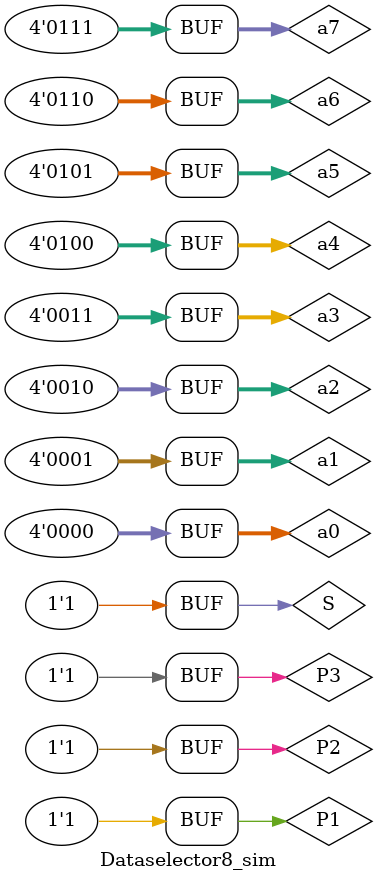
<source format=v>
`timescale 1ns / 1ps


module Dataselector8_sim();
reg [3:0] a0 = 4'b0000;
reg [3:0] a1 = 4'b0001;
reg [3:0] a2 = 4'b0010;
reg [3:0] a3 = 4'b0011;
reg [3:0] a4 = 4'b0100;
reg [3:0] a5 = 4'b0101;
reg [3:0] a6 = 4'b0110;
reg [3:0] a7 = 4'b0111;
 reg P1;reg P2;reg P3;
 reg S;
 wire [3:0] q;
Data_selector8 Data_selector8(
.D1_8(a0),.D2_8(a1),.D3_8(a2),.D4_8(a3),
 .D5_8(a4),.D6_8(a5),.D7_8(a6),.D8_8(a7),
 .P1_8(P1),.P2_8(P2),.P3_8(P3),.S_8(S),
 .out3_8(q));
 initial 
 begin
a0 = 4'b0000;
a1 = 4'b0001;
a2 = 4'b0010;
a3 = 4'b0011;
a4 = 4'b0100;
a5 = 4'b0101;
a6 = 4'b0110;
a7 = 4'b0111;
 S=1;
 P1=0;P2=0;P3=0;
 #20 P1=0;P2=0;P3=1;
 #20 P1=0;P2=1;P3=0;
 #20 P1=0;P2=1;P3=1;
 #20 P1=1;P2=0;P3=0;
 #20 P1=1;P2=0;P3=1;
 #20 P1=1;P2=1;P3=0;
 #20 P1=1;P2=1;P3=1;
end
endmodule
</source>
